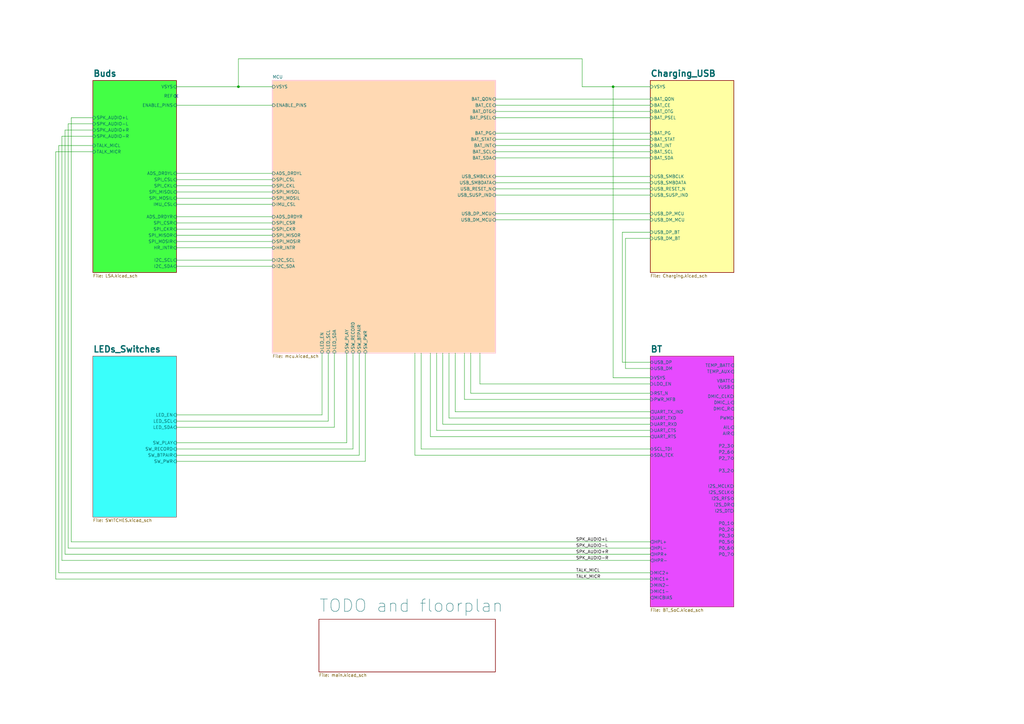
<source format=kicad_sch>
(kicad_sch
	(version 20231120)
	(generator "eeschema")
	(generator_version "8.0")
	(uuid "5e27fdeb-580f-476f-92aa-43cee2f9d9cd")
	(paper "A3")
	(title_block
		(title "Main Top Down")
		(date "2024-05-15")
		(company "Megaohm Engineering")
		(comment 1 "Mustang Digital Board")
	)
	(lib_symbols)
	(junction
		(at 251.46 35.56)
		(diameter 0)
		(color 0 0 0 0)
		(uuid "9f754e57-ce25-4513-a777-84224b179498")
	)
	(junction
		(at 97.79 35.56)
		(diameter 0)
		(color 0 0 0 0)
		(uuid "f2e0528d-2404-4b63-ad79-ac7a364375fa")
	)
	(no_connect
		(at 72.39 39.37)
		(uuid "068810ab-9453-4b3d-940b-a3d0cc2d8669")
	)
	(wire
		(pts
			(xy 24.13 234.95) (xy 266.7 234.95)
		)
		(stroke
			(width 0)
			(type default)
		)
		(uuid "00eb397e-f3ad-4a0e-b475-3f35cf965fcb")
	)
	(wire
		(pts
			(xy 132.08 170.18) (xy 72.39 170.18)
		)
		(stroke
			(width 0)
			(type default)
		)
		(uuid "029a0234-bc31-4099-ad14-be22d5a40aa2")
	)
	(wire
		(pts
			(xy 266.7 157.48) (xy 196.85 157.48)
		)
		(stroke
			(width 0)
			(type default)
		)
		(uuid "0401b18d-cb4b-4ba7-86b4-67a6c6d7163b")
	)
	(wire
		(pts
			(xy 97.79 35.56) (xy 97.79 24.13)
		)
		(stroke
			(width 0)
			(type default)
		)
		(uuid "06a6a5eb-5324-47cb-96fb-bbd84545ba90")
	)
	(wire
		(pts
			(xy 203.2 45.72) (xy 266.7 45.72)
		)
		(stroke
			(width 0)
			(type default)
		)
		(uuid "0e157526-faf0-4314-80b8-8b02162269bb")
	)
	(wire
		(pts
			(xy 97.79 24.13) (xy 238.76 24.13)
		)
		(stroke
			(width 0)
			(type default)
		)
		(uuid "0efa416f-7351-498e-9a7f-fe5ce1a40ec2")
	)
	(wire
		(pts
			(xy 26.67 227.33) (xy 266.7 227.33)
		)
		(stroke
			(width 0)
			(type default)
		)
		(uuid "1666fa74-c534-4f6c-9066-c0cf310f3158")
	)
	(wire
		(pts
			(xy 72.39 88.9) (xy 111.76 88.9)
		)
		(stroke
			(width 0)
			(type default)
		)
		(uuid "1909e891-1ad2-4df3-b47c-fb9a88304959")
	)
	(wire
		(pts
			(xy 137.16 175.26) (xy 72.39 175.26)
		)
		(stroke
			(width 0)
			(type default)
		)
		(uuid "1b1d617e-9bdc-46cd-a807-db53990055e0")
	)
	(wire
		(pts
			(xy 203.2 40.64) (xy 266.7 40.64)
		)
		(stroke
			(width 0)
			(type default)
		)
		(uuid "1bc9269d-5571-4f40-8753-e53943cfd90e")
	)
	(wire
		(pts
			(xy 147.32 144.78) (xy 147.32 186.69)
		)
		(stroke
			(width 0)
			(type default)
		)
		(uuid "1fbd9f65-d8fa-40d8-8cb0-a0635690ab3c")
	)
	(wire
		(pts
			(xy 38.1 53.34) (xy 26.67 53.34)
		)
		(stroke
			(width 0)
			(type default)
		)
		(uuid "20b3189c-662c-4aef-b357-c9bc16f9e399")
	)
	(wire
		(pts
			(xy 72.39 76.2) (xy 111.76 76.2)
		)
		(stroke
			(width 0)
			(type default)
		)
		(uuid "233e69ef-af87-4419-9564-dddf436a6d59")
	)
	(wire
		(pts
			(xy 266.7 95.25) (xy 255.27 95.25)
		)
		(stroke
			(width 0)
			(type default)
		)
		(uuid "25ef51be-005e-4609-abd9-53c22cff16ac")
	)
	(wire
		(pts
			(xy 72.39 43.18) (xy 111.76 43.18)
		)
		(stroke
			(width 0)
			(type default)
		)
		(uuid "2a273e73-5dd4-409b-9932-29ec883fd15f")
	)
	(wire
		(pts
			(xy 266.7 173.99) (xy 181.61 173.99)
		)
		(stroke
			(width 0)
			(type default)
		)
		(uuid "2a2a98f4-3781-4668-a5ce-280dad1e5616")
	)
	(wire
		(pts
			(xy 203.2 54.61) (xy 266.7 54.61)
		)
		(stroke
			(width 0)
			(type default)
		)
		(uuid "349a8cdb-8c76-493c-b3c2-37d02b1af585")
	)
	(wire
		(pts
			(xy 38.1 55.88) (xy 25.4 55.88)
		)
		(stroke
			(width 0)
			(type default)
		)
		(uuid "357232c8-0303-4d48-b334-98f2fe7c97bb")
	)
	(wire
		(pts
			(xy 142.24 144.78) (xy 142.24 181.61)
		)
		(stroke
			(width 0)
			(type default)
		)
		(uuid "36c0a17d-d331-4887-a5ad-70e168a4bc36")
	)
	(wire
		(pts
			(xy 266.7 176.53) (xy 179.07 176.53)
		)
		(stroke
			(width 0)
			(type default)
		)
		(uuid "36e1e857-a26d-4db7-b6f2-76af2412073d")
	)
	(wire
		(pts
			(xy 72.39 99.06) (xy 111.76 99.06)
		)
		(stroke
			(width 0)
			(type default)
		)
		(uuid "38b49187-01d8-49df-a5ef-94f2980eef94")
	)
	(wire
		(pts
			(xy 97.79 35.56) (xy 111.76 35.56)
		)
		(stroke
			(width 0)
			(type default)
		)
		(uuid "3d5554b9-c932-48b7-b90f-691dd334b360")
	)
	(wire
		(pts
			(xy 179.07 144.78) (xy 179.07 176.53)
		)
		(stroke
			(width 0)
			(type default)
		)
		(uuid "3d894afc-7393-40b5-b001-452b2a32262c")
	)
	(wire
		(pts
			(xy 251.46 35.56) (xy 266.7 35.56)
		)
		(stroke
			(width 0)
			(type default)
		)
		(uuid "3e3184f8-9b97-4f86-830c-f8cec0bcf6e2")
	)
	(wire
		(pts
			(xy 184.15 144.78) (xy 184.15 171.45)
		)
		(stroke
			(width 0)
			(type default)
		)
		(uuid "404b6587-f2a0-47ad-b547-aa46d7b4dd55")
	)
	(wire
		(pts
			(xy 72.39 35.56) (xy 97.79 35.56)
		)
		(stroke
			(width 0)
			(type default)
		)
		(uuid "41b701bf-7e3e-451b-ba84-960fd77daa5a")
	)
	(wire
		(pts
			(xy 255.27 95.25) (xy 255.27 148.59)
		)
		(stroke
			(width 0)
			(type default)
		)
		(uuid "41e1e08e-440f-467c-9d87-bfa5af3fa7ad")
	)
	(wire
		(pts
			(xy 256.54 97.79) (xy 256.54 151.13)
		)
		(stroke
			(width 0)
			(type default)
		)
		(uuid "42becd1f-9bf7-4e5a-a24f-8865625ecf4f")
	)
	(wire
		(pts
			(xy 72.39 71.12) (xy 111.76 71.12)
		)
		(stroke
			(width 0)
			(type default)
		)
		(uuid "44cad8c1-4f3c-47a5-a2c8-3ce62df6e3ff")
	)
	(wire
		(pts
			(xy 186.69 144.78) (xy 186.69 168.91)
		)
		(stroke
			(width 0)
			(type default)
		)
		(uuid "45623e69-acb0-4071-a5a1-8106b3ed3267")
	)
	(wire
		(pts
			(xy 266.7 161.29) (xy 193.04 161.29)
		)
		(stroke
			(width 0)
			(type default)
		)
		(uuid "463e893e-aa4c-4fbd-aa31-85b9721ebfbc")
	)
	(wire
		(pts
			(xy 72.39 81.28) (xy 111.76 81.28)
		)
		(stroke
			(width 0)
			(type default)
		)
		(uuid "46d7c454-43ad-4186-aded-ab002437ff09")
	)
	(wire
		(pts
			(xy 72.39 96.52) (xy 111.76 96.52)
		)
		(stroke
			(width 0)
			(type default)
		)
		(uuid "474c0e3a-00b0-4bb8-8d6b-ebcc33f92d1b")
	)
	(wire
		(pts
			(xy 203.2 62.23) (xy 266.7 62.23)
		)
		(stroke
			(width 0)
			(type default)
		)
		(uuid "47eba2eb-700b-4ded-8889-ed760836ad67")
	)
	(wire
		(pts
			(xy 203.2 80.01) (xy 266.7 80.01)
		)
		(stroke
			(width 0)
			(type default)
		)
		(uuid "49e22338-06e5-4c60-9704-12d3c0c3eda3")
	)
	(wire
		(pts
			(xy 38.1 59.69) (xy 24.13 59.69)
		)
		(stroke
			(width 0)
			(type default)
		)
		(uuid "4d6e0048-cd36-4918-ae3a-dce4a0c2e00c")
	)
	(wire
		(pts
			(xy 203.2 72.39) (xy 266.7 72.39)
		)
		(stroke
			(width 0)
			(type default)
		)
		(uuid "512f2ae5-6b6a-44cc-9e85-9d5bcb7cc716")
	)
	(wire
		(pts
			(xy 27.94 50.8) (xy 27.94 224.79)
		)
		(stroke
			(width 0)
			(type default)
		)
		(uuid "51914e5a-f07d-48e4-8495-37b91a9f6eac")
	)
	(wire
		(pts
			(xy 266.7 179.07) (xy 176.53 179.07)
		)
		(stroke
			(width 0)
			(type default)
		)
		(uuid "55e29a3c-33ad-42ae-ae4e-06d7e43ca2cf")
	)
	(wire
		(pts
			(xy 172.72 144.78) (xy 172.72 184.15)
		)
		(stroke
			(width 0)
			(type default)
		)
		(uuid "5ac338c2-fdc9-4e07-8765-47eada3183bd")
	)
	(wire
		(pts
			(xy 266.7 184.15) (xy 172.72 184.15)
		)
		(stroke
			(width 0)
			(type default)
		)
		(uuid "60b2ebc8-9e84-4881-b649-6dee50e35b58")
	)
	(wire
		(pts
			(xy 203.2 74.93) (xy 266.7 74.93)
		)
		(stroke
			(width 0)
			(type default)
		)
		(uuid "61521f67-5429-4c7b-a6d1-6f94b21350d7")
	)
	(wire
		(pts
			(xy 137.16 144.78) (xy 137.16 175.26)
		)
		(stroke
			(width 0)
			(type default)
		)
		(uuid "61a01b1a-1ebe-4395-aab8-7709a5c05ed1")
	)
	(wire
		(pts
			(xy 193.04 144.78) (xy 193.04 161.29)
		)
		(stroke
			(width 0)
			(type default)
		)
		(uuid "658f7af5-16f8-416f-8a24-4a26246e3270")
	)
	(wire
		(pts
			(xy 149.86 144.78) (xy 149.86 189.23)
		)
		(stroke
			(width 0)
			(type default)
		)
		(uuid "67eceede-657b-4bf5-8703-432f6302da33")
	)
	(wire
		(pts
			(xy 266.7 186.69) (xy 170.18 186.69)
		)
		(stroke
			(width 0)
			(type default)
		)
		(uuid "6a98ba1a-aa00-4fa2-9eea-b4761f486d54")
	)
	(wire
		(pts
			(xy 72.39 83.82) (xy 111.76 83.82)
		)
		(stroke
			(width 0)
			(type default)
		)
		(uuid "6b2773fd-965d-4374-97bf-463c5a00725c")
	)
	(wire
		(pts
			(xy 181.61 144.78) (xy 181.61 173.99)
		)
		(stroke
			(width 0)
			(type default)
		)
		(uuid "6f4450bb-c4e1-474a-a656-5fd09edc81f0")
	)
	(wire
		(pts
			(xy 142.24 181.61) (xy 72.39 181.61)
		)
		(stroke
			(width 0)
			(type default)
		)
		(uuid "6fcb9240-93df-4e04-917a-2900889fe90e")
	)
	(wire
		(pts
			(xy 29.21 222.25) (xy 266.7 222.25)
		)
		(stroke
			(width 0)
			(type default)
		)
		(uuid "74a3a0c1-0855-468f-a1c4-ee2db88a6d99")
	)
	(wire
		(pts
			(xy 27.94 224.79) (xy 266.7 224.79)
		)
		(stroke
			(width 0)
			(type default)
		)
		(uuid "7516c122-d5b9-4a91-93fc-a63f3d6781da")
	)
	(wire
		(pts
			(xy 238.76 35.56) (xy 251.46 35.56)
		)
		(stroke
			(width 0)
			(type default)
		)
		(uuid "78a152cc-abb7-4900-ba24-ab24a4b9d249")
	)
	(wire
		(pts
			(xy 144.78 184.15) (xy 72.39 184.15)
		)
		(stroke
			(width 0)
			(type default)
		)
		(uuid "7967c72f-c72e-49df-a269-be0cf21a3c4e")
	)
	(wire
		(pts
			(xy 25.4 229.87) (xy 266.7 229.87)
		)
		(stroke
			(width 0)
			(type default)
		)
		(uuid "7a82051d-8eda-41e0-8f33-ca48be32d82c")
	)
	(wire
		(pts
			(xy 203.2 57.15) (xy 266.7 57.15)
		)
		(stroke
			(width 0)
			(type default)
		)
		(uuid "7d51c1bf-3f02-4cfc-858f-391e2c8b2c24")
	)
	(wire
		(pts
			(xy 29.21 48.26) (xy 29.21 222.25)
		)
		(stroke
			(width 0)
			(type default)
		)
		(uuid "8df7a255-5d7c-4785-9b5c-971ed477eb87")
	)
	(wire
		(pts
			(xy 256.54 151.13) (xy 266.7 151.13)
		)
		(stroke
			(width 0)
			(type default)
		)
		(uuid "8e21c339-b993-42e6-9c59-15830cd1f81f")
	)
	(wire
		(pts
			(xy 203.2 64.77) (xy 266.7 64.77)
		)
		(stroke
			(width 0)
			(type default)
		)
		(uuid "91e4a44b-ca52-4c92-bf1d-401b705f8adb")
	)
	(wire
		(pts
			(xy 24.13 59.69) (xy 24.13 234.95)
		)
		(stroke
			(width 0)
			(type default)
		)
		(uuid "9216af7c-6196-4976-b1c4-6c8372e783bb")
	)
	(wire
		(pts
			(xy 255.27 148.59) (xy 266.7 148.59)
		)
		(stroke
			(width 0)
			(type default)
		)
		(uuid "92bc52a1-b8b9-4da1-a1b0-300eea4b0453")
	)
	(wire
		(pts
			(xy 266.7 163.83) (xy 190.5 163.83)
		)
		(stroke
			(width 0)
			(type default)
		)
		(uuid "92d5ab61-e565-49b1-bc46-e5a1bff6a3e4")
	)
	(wire
		(pts
			(xy 38.1 50.8) (xy 27.94 50.8)
		)
		(stroke
			(width 0)
			(type default)
		)
		(uuid "933bdce8-0132-4dc5-9fa3-e6b7608201ea")
	)
	(wire
		(pts
			(xy 203.2 90.17) (xy 266.7 90.17)
		)
		(stroke
			(width 0)
			(type default)
		)
		(uuid "9736853e-93b0-4bf9-81bc-2737d72e86e8")
	)
	(wire
		(pts
			(xy 38.1 48.26) (xy 29.21 48.26)
		)
		(stroke
			(width 0)
			(type default)
		)
		(uuid "98560d54-ba21-4209-8a51-a32952f516b9")
	)
	(wire
		(pts
			(xy 72.39 172.72) (xy 134.62 172.72)
		)
		(stroke
			(width 0)
			(type default)
		)
		(uuid "9bbf7cb5-392c-49d0-9aca-30dc10c74574")
	)
	(wire
		(pts
			(xy 251.46 35.56) (xy 251.46 154.94)
		)
		(stroke
			(width 0)
			(type default)
		)
		(uuid "9dc8aab9-9fc2-4d06-9679-5586e265bb80")
	)
	(wire
		(pts
			(xy 266.7 97.79) (xy 256.54 97.79)
		)
		(stroke
			(width 0)
			(type default)
		)
		(uuid "9fe81981-7cf0-4efc-806a-4b963ecd192f")
	)
	(wire
		(pts
			(xy 266.7 171.45) (xy 184.15 171.45)
		)
		(stroke
			(width 0)
			(type default)
		)
		(uuid "a0b44912-0c65-47da-a8b3-f4e0c5d9f9c6")
	)
	(wire
		(pts
			(xy 147.32 186.69) (xy 72.39 186.69)
		)
		(stroke
			(width 0)
			(type default)
		)
		(uuid "a7a6fd87-4b95-43d1-b7dd-e5dae0314065")
	)
	(wire
		(pts
			(xy 25.4 55.88) (xy 25.4 229.87)
		)
		(stroke
			(width 0)
			(type default)
		)
		(uuid "b2b9328f-b173-4d19-ba6f-ebc2cfe95568")
	)
	(wire
		(pts
			(xy 149.86 189.23) (xy 72.39 189.23)
		)
		(stroke
			(width 0)
			(type default)
		)
		(uuid "b67838b3-53b2-4102-bd2a-5567df30d14f")
	)
	(wire
		(pts
			(xy 132.08 144.78) (xy 132.08 170.18)
		)
		(stroke
			(width 0)
			(type default)
		)
		(uuid "bf3fcdd5-7809-461e-9c5a-50deff647408")
	)
	(wire
		(pts
			(xy 72.39 106.68) (xy 111.76 106.68)
		)
		(stroke
			(width 0)
			(type default)
		)
		(uuid "c29256c0-af73-46af-9908-421bd53938eb")
	)
	(wire
		(pts
			(xy 38.1 62.23) (xy 22.86 62.23)
		)
		(stroke
			(width 0)
			(type default)
		)
		(uuid "c416bfee-fd2b-4073-9019-f8de8689c49c")
	)
	(wire
		(pts
			(xy 176.53 144.78) (xy 176.53 179.07)
		)
		(stroke
			(width 0)
			(type default)
		)
		(uuid "c91745f8-5998-4b64-bca9-801c14275cf2")
	)
	(wire
		(pts
			(xy 203.2 87.63) (xy 266.7 87.63)
		)
		(stroke
			(width 0)
			(type default)
		)
		(uuid "c961ce24-db12-4125-b7b9-e3bd0dbb4b34")
	)
	(wire
		(pts
			(xy 251.46 154.94) (xy 266.7 154.94)
		)
		(stroke
			(width 0)
			(type default)
		)
		(uuid "cbdb2e70-4380-4e9e-a86c-8ae1df2921b8")
	)
	(wire
		(pts
			(xy 196.85 144.78) (xy 196.85 157.48)
		)
		(stroke
			(width 0)
			(type default)
		)
		(uuid "cef2962a-47a5-4b6d-abca-1d3ee4723474")
	)
	(wire
		(pts
			(xy 170.18 144.78) (xy 170.18 186.69)
		)
		(stroke
			(width 0)
			(type default)
		)
		(uuid "cf0815b9-8a51-4099-bd69-ebe04a6a9ad6")
	)
	(wire
		(pts
			(xy 134.62 172.72) (xy 134.62 144.78)
		)
		(stroke
			(width 0)
			(type default)
		)
		(uuid "d04e3371-1fd1-471c-92b8-6259d3b74b8f")
	)
	(wire
		(pts
			(xy 26.67 53.34) (xy 26.67 227.33)
		)
		(stroke
			(width 0)
			(type default)
		)
		(uuid "d2ce08c9-040a-4042-8eb1-2069817a6ab3")
	)
	(wire
		(pts
			(xy 266.7 168.91) (xy 186.69 168.91)
		)
		(stroke
			(width 0)
			(type default)
		)
		(uuid "d4018e89-ffe1-4d8e-857f-46b92295613e")
	)
	(wire
		(pts
			(xy 22.86 237.49) (xy 266.7 237.49)
		)
		(stroke
			(width 0)
			(type default)
		)
		(uuid "db6720c4-b004-4cdc-99a3-dba8001a7846")
	)
	(wire
		(pts
			(xy 203.2 59.69) (xy 266.7 59.69)
		)
		(stroke
			(width 0)
			(type default)
		)
		(uuid "e000df97-ce6b-4e74-9c53-e036cef10dbb")
	)
	(wire
		(pts
			(xy 72.39 91.44) (xy 111.76 91.44)
		)
		(stroke
			(width 0)
			(type default)
		)
		(uuid "e012301a-2501-4eae-921a-e10aadecb6c4")
	)
	(wire
		(pts
			(xy 203.2 43.18) (xy 266.7 43.18)
		)
		(stroke
			(width 0)
			(type default)
		)
		(uuid "e5c802b3-3438-45d0-a061-247a40521696")
	)
	(wire
		(pts
			(xy 190.5 144.78) (xy 190.5 163.83)
		)
		(stroke
			(width 0)
			(type default)
		)
		(uuid "e812d785-efd6-4b16-846f-ec0189cb9a18")
	)
	(wire
		(pts
			(xy 203.2 48.26) (xy 266.7 48.26)
		)
		(stroke
			(width 0)
			(type default)
		)
		(uuid "e84efc88-f15c-4de6-8c04-968b5bcf16bf")
	)
	(wire
		(pts
			(xy 72.39 73.66) (xy 111.76 73.66)
		)
		(stroke
			(width 0)
			(type default)
		)
		(uuid "e8dbb316-1ca6-40c0-b052-2ef8e7942237")
	)
	(wire
		(pts
			(xy 72.39 93.98) (xy 111.76 93.98)
		)
		(stroke
			(width 0)
			(type default)
		)
		(uuid "ea3d7399-1554-4a6e-99d3-b63a54bc493e")
	)
	(wire
		(pts
			(xy 22.86 62.23) (xy 22.86 237.49)
		)
		(stroke
			(width 0)
			(type default)
		)
		(uuid "eae3eb9f-579a-476f-9bc5-18650081c9f0")
	)
	(wire
		(pts
			(xy 144.78 144.78) (xy 144.78 184.15)
		)
		(stroke
			(width 0)
			(type default)
		)
		(uuid "ecd8b615-ccfe-4298-be39-7c1df5c57357")
	)
	(wire
		(pts
			(xy 72.39 78.74) (xy 111.76 78.74)
		)
		(stroke
			(width 0)
			(type default)
		)
		(uuid "edee4e7a-6730-42d7-8664-6a1a6ea0f27a")
	)
	(wire
		(pts
			(xy 72.39 109.22) (xy 111.76 109.22)
		)
		(stroke
			(width 0)
			(type default)
		)
		(uuid "f1a84853-0986-4168-aff8-dfaaa1783149")
	)
	(wire
		(pts
			(xy 238.76 24.13) (xy 238.76 35.56)
		)
		(stroke
			(width 0)
			(type default)
		)
		(uuid "f7863b94-fb30-4b68-8fcd-3a5f20268a92")
	)
	(wire
		(pts
			(xy 72.39 101.6) (xy 111.76 101.6)
		)
		(stroke
			(width 0)
			(type default)
		)
		(uuid "fa381122-ebb1-4ad3-bc4a-536e763d9e21")
	)
	(wire
		(pts
			(xy 203.2 77.47) (xy 266.7 77.47)
		)
		(stroke
			(width 0)
			(type default)
		)
		(uuid "fc0b4ab2-9f79-4738-a2fe-81c3b2da113b")
	)
	(label "SPK_AUDIO-R"
		(at 236.22 229.87 0)
		(fields_autoplaced yes)
		(effects
			(font
				(size 1.27 1.27)
			)
			(justify left bottom)
		)
		(uuid "0fc9b105-6697-4b13-830f-d65f30e1790d")
	)
	(label "TALK_MICR"
		(at 236.22 237.49 0)
		(fields_autoplaced yes)
		(effects
			(font
				(size 1.27 1.27)
			)
			(justify left bottom)
		)
		(uuid "2b6da8fe-0c42-4195-8c79-00a456357a8b")
	)
	(label "SPK_AUDIO-L"
		(at 236.22 224.79 0)
		(fields_autoplaced yes)
		(effects
			(font
				(size 1.27 1.27)
			)
			(justify left bottom)
		)
		(uuid "595efa7b-4b75-466a-9b28-7d83c98fa4d8")
	)
	(label "SPK_AUDIO+R"
		(at 236.22 227.33 0)
		(fields_autoplaced yes)
		(effects
			(font
				(size 1.27 1.27)
			)
			(justify left bottom)
		)
		(uuid "7da94533-e7c1-4658-ab7d-c55b766a06db")
	)
	(label "SPK_AUDIO+L"
		(at 236.22 222.25 0)
		(fields_autoplaced yes)
		(effects
			(font
				(size 1.27 1.27)
			)
			(justify left bottom)
		)
		(uuid "d4e96d48-3ae6-471e-a640-90110f87acdf")
	)
	(label "TALK_MICL"
		(at 236.22 234.95 0)
		(fields_autoplaced yes)
		(effects
			(font
				(size 1.27 1.27)
			)
			(justify left bottom)
		)
		(uuid "ec32747d-7964-466f-a0db-fbe771f94550")
	)
	(sheet
		(at 130.81 254)
		(size 72.39 21.59)
		(fields_autoplaced yes)
		(stroke
			(width 0.1524)
			(type solid)
		)
		(fill
			(color 0 0 0 0.0000)
		)
		(uuid "2b864eb4-7fdd-4826-ad50-ccd8858e23e7")
		(property "Sheetname" "TODO and floorplan"
			(at 130.81 251.3834 0)
			(effects
				(font
					(size 5.08 5.08)
				)
				(justify left bottom)
			)
		)
		(property "Sheetfile" "main.kicad_sch"
			(at 130.81 276.1746 0)
			(effects
				(font
					(size 1.27 1.27)
				)
				(justify left top)
			)
		)
		(instances
			(project "Mustang-Digital"
				(path "/5e27fdeb-580f-476f-92aa-43cee2f9d9cd"
					(page "4")
				)
			)
		)
	)
	(sheet
		(at 38.1 33.02)
		(size 34.29 78.74)
		(fields_autoplaced yes)
		(stroke
			(width 0.254)
			(type solid)
		)
		(fill
			(color 67 255 69 1.0000)
		)
		(uuid "65eefc28-c8b5-4fa6-a61a-e7b5d07fd6b9")
		(property "Sheetname" "Buds"
			(at 38.1 31.6226 0)
			(effects
				(font
					(size 2.54 2.54)
					(bold yes)
				)
				(justify left bottom)
			)
		)
		(property "Sheetfile" "LSA.kicad_sch"
			(at 38.1 112.3954 0)
			(effects
				(font
					(size 1.27 1.27)
				)
				(justify left top)
			)
		)
		(pin "VSYS" input
			(at 72.39 35.56 0)
			(effects
				(font
					(size 1.27 1.27)
				)
				(justify right)
			)
			(uuid "466e1532-ffba-4a12-b02e-5c79e7cad88d")
		)
		(pin "REF" input
			(at 72.39 39.37 0)
			(effects
				(font
					(size 1.27 1.27)
				)
				(justify right)
			)
			(uuid "6a840d9c-43eb-4902-b0f0-567381a16419")
		)
		(pin "SPK_AUDIO+L" input
			(at 38.1 48.26 180)
			(effects
				(font
					(size 1.27 1.27)
				)
				(justify left)
			)
			(uuid "29c80e2a-8347-4b79-a0f7-65ca9058f64e")
		)
		(pin "SPK_AUDIO-L" input
			(at 38.1 50.8 180)
			(effects
				(font
					(size 1.27 1.27)
				)
				(justify left)
			)
			(uuid "51f394fb-c17c-4761-be93-696fc9a1e7b6")
		)
		(pin "TALK_MICL" input
			(at 38.1 59.69 180)
			(effects
				(font
					(size 1.27 1.27)
				)
				(justify left)
			)
			(uuid "fff7338f-1943-45f5-8c33-a7f9279a878f")
		)
		(pin "I2C_SDA" input
			(at 72.39 109.22 0)
			(effects
				(font
					(size 1.27 1.27)
				)
				(justify right)
			)
			(uuid "f6e58502-6b88-4891-be14-3cd687fd4ccc")
		)
		(pin "IMU_CSL" input
			(at 72.39 83.82 0)
			(effects
				(font
					(size 1.27 1.27)
				)
				(justify right)
			)
			(uuid "54307758-46a6-4069-8256-f1b456f85435")
		)
		(pin "SPI_MISOL" input
			(at 72.39 78.74 0)
			(effects
				(font
					(size 1.27 1.27)
				)
				(justify right)
			)
			(uuid "93462894-bd73-4584-87a3-42e9a8e51c31")
		)
		(pin "SPI_CKL" input
			(at 72.39 76.2 0)
			(effects
				(font
					(size 1.27 1.27)
				)
				(justify right)
			)
			(uuid "9c52d530-aed5-4c51-8bd2-52bcc18a70c6")
		)
		(pin "ADS_DRDYL" input
			(at 72.39 71.12 0)
			(effects
				(font
					(size 1.27 1.27)
				)
				(justify right)
			)
			(uuid "dd0e66af-5940-498b-a4df-c668644802e0")
		)
		(pin "SPI_CSL" input
			(at 72.39 73.66 0)
			(effects
				(font
					(size 1.27 1.27)
				)
				(justify right)
			)
			(uuid "a2ee7fc2-b69c-444f-a040-eb7295631627")
		)
		(pin "I2C_SCL" input
			(at 72.39 106.68 0)
			(effects
				(font
					(size 1.27 1.27)
				)
				(justify right)
			)
			(uuid "f0ed56f1-68b7-4355-8ec4-9b37b53b098d")
		)
		(pin "SPI_MOSIL" input
			(at 72.39 81.28 0)
			(effects
				(font
					(size 1.27 1.27)
				)
				(justify right)
			)
			(uuid "5096cc9d-b2b2-42ad-bcb6-e5c1add46433")
		)
		(pin "SPK_AUDIO-R" input
			(at 38.1 55.88 180)
			(effects
				(font
					(size 1.27 1.27)
				)
				(justify left)
			)
			(uuid "fca5a1ad-68d1-4b79-9ce6-772f83bb8136")
		)
		(pin "TALK_MICR" input
			(at 38.1 62.23 180)
			(effects
				(font
					(size 1.27 1.27)
				)
				(justify left)
			)
			(uuid "bf6c2d6c-ee04-4a00-bb44-425c4022b852")
		)
		(pin "SPK_AUDIO+R" input
			(at 38.1 53.34 180)
			(effects
				(font
					(size 1.27 1.27)
				)
				(justify left)
			)
			(uuid "d2b9af53-6ee4-43fa-a1fd-da31ed007316")
		)
		(pin "SPI_CKR" input
			(at 72.39 93.98 0)
			(effects
				(font
					(size 1.27 1.27)
				)
				(justify right)
			)
			(uuid "af0db6af-99d6-48f7-96d6-311dee81ac9a")
		)
		(pin "SPI_MOSIR" input
			(at 72.39 99.06 0)
			(effects
				(font
					(size 1.27 1.27)
				)
				(justify right)
			)
			(uuid "20eec9bd-4999-4a0c-a444-d579bb485ec9")
		)
		(pin "SPI_CSR" input
			(at 72.39 91.44 0)
			(effects
				(font
					(size 1.27 1.27)
				)
				(justify right)
			)
			(uuid "27ed81b7-749b-4bdb-8c17-e7ffb3ee600e")
		)
		(pin "ADS_DRDYR" input
			(at 72.39 88.9 0)
			(effects
				(font
					(size 1.27 1.27)
				)
				(justify right)
			)
			(uuid "dde5d1c6-a1ee-437d-9dd7-695f876cb8de")
		)
		(pin "SPI_MISOR" input
			(at 72.39 96.52 0)
			(effects
				(font
					(size 1.27 1.27)
				)
				(justify right)
			)
			(uuid "7eabf6c2-bc81-41bb-8555-f50bda0675f3")
		)
		(pin "ENABLE_PINS" input
			(at 72.39 43.18 0)
			(effects
				(font
					(size 1.27 1.27)
				)
				(justify right)
			)
			(uuid "5ce887d2-bff3-4962-84b2-84801f290a86")
		)
		(pin "HR_INTR" input
			(at 72.39 101.6 0)
			(effects
				(font
					(size 1.27 1.27)
				)
				(justify right)
			)
			(uuid "4748a91f-0535-48d2-b6a6-60cd4145277a")
		)
		(instances
			(project "Mustang-Digital"
				(path "/5e27fdeb-580f-476f-92aa-43cee2f9d9cd"
					(page "2")
				)
			)
		)
	)
	(sheet
		(at 111.76 33.02)
		(size 91.44 111.76)
		(fields_autoplaced yes)
		(stroke
			(width 0.508)
			(type solid)
			(color 255 204 214 1)
		)
		(fill
			(color 255 217 179 1.0000)
		)
		(uuid "9adc2287-bc19-4a52-aeb3-6d45bc333b9b")
		(property "Sheetname" "MCU"
			(at 111.76 32.3084 0)
			(effects
				(font
					(size 1.27 1.27)
				)
				(justify left bottom)
			)
		)
		(property "Sheetfile" "mcu.kicad_sch"
			(at 111.76 145.3646 0)
			(effects
				(font
					(size 1.27 1.27)
				)
				(justify left top)
			)
		)
		(pin "IMU_CSL" input
			(at 111.76 83.82 180)
			(effects
				(font
					(size 1.27 1.27)
				)
				(justify left)
			)
			(uuid "dfd4ccdd-94ee-4279-98a1-f685ec89762a")
		)
		(pin "I2C_SDA" input
			(at 111.76 109.22 180)
			(effects
				(font
					(size 1.27 1.27)
				)
				(justify left)
			)
			(uuid "dec9ca8d-a1bd-40e2-a2e6-6ae436d1ca89")
		)
		(pin "I2C_SCL" input
			(at 111.76 106.68 180)
			(effects
				(font
					(size 1.27 1.27)
				)
				(justify left)
			)
			(uuid "014b2658-745a-439a-acb4-256d65727a08")
		)
		(pin "SPI_MISOL" input
			(at 111.76 78.74 180)
			(effects
				(font
					(size 1.27 1.27)
				)
				(justify left)
			)
			(uuid "fcd96664-09cd-4dfa-bc74-5d07145ea762")
		)
		(pin "VSYS" input
			(at 111.76 35.56 180)
			(effects
				(font
					(size 1.27 1.27)
				)
				(justify left)
			)
			(uuid "77705667-81f3-4282-ba78-cc9f828f9e5b")
		)
		(pin "SPI_CSL" input
			(at 111.76 73.66 180)
			(effects
				(font
					(size 1.27 1.27)
				)
				(justify left)
			)
			(uuid "4008dcb2-5133-4d62-aa33-94e2561885cb")
		)
		(pin "ENABLE_PINS" input
			(at 111.76 43.18 180)
			(effects
				(font
					(size 1.27 1.27)
				)
				(justify left)
			)
			(uuid "ca643466-4427-49cb-ad28-cf2004c5d3c4")
		)
		(pin "SPI_MOSIL" input
			(at 111.76 81.28 180)
			(effects
				(font
					(size 1.27 1.27)
				)
				(justify left)
			)
			(uuid "40b13e38-524e-4555-95af-f4106fceb395")
		)
		(pin "SPI_CKL" input
			(at 111.76 76.2 180)
			(effects
				(font
					(size 1.27 1.27)
				)
				(justify left)
			)
			(uuid "a1fcca41-49a4-4032-926d-d8c5e80e300b")
		)
		(pin "ADS_DRDYL" input
			(at 111.76 71.12 180)
			(effects
				(font
					(size 1.27 1.27)
				)
				(justify left)
			)
			(uuid "db350f7e-d97e-4c1d-8bd2-2c4e858f974c")
		)
		(pin "SPI_MISOR" input
			(at 111.76 96.52 180)
			(effects
				(font
					(size 1.27 1.27)
				)
				(justify left)
			)
			(uuid "80492c65-23fe-467e-991c-807488310410")
		)
		(pin "SPI_CSR" input
			(at 111.76 91.44 180)
			(effects
				(font
					(size 1.27 1.27)
				)
				(justify left)
			)
			(uuid "7485bcb3-60d1-4a38-b891-5b7ee7fe58ab")
		)
		(pin "SPI_CKR" input
			(at 111.76 93.98 180)
			(effects
				(font
					(size 1.27 1.27)
				)
				(justify left)
			)
			(uuid "b216d1b3-7b68-4f01-a1b5-fe52fb59a702")
		)
		(pin "ADS_DRDYR" input
			(at 111.76 88.9 180)
			(effects
				(font
					(size 1.27 1.27)
				)
				(justify left)
			)
			(uuid "94c969ab-ac19-4a83-9c33-eaa5f1b53e1d")
		)
		(pin "SPI_MOSIR" input
			(at 111.76 99.06 180)
			(effects
				(font
					(size 1.27 1.27)
				)
				(justify left)
			)
			(uuid "37a616b1-1757-4fef-a7b9-12748e7e128b")
		)
		(pin "HR_INTR" input
			(at 111.76 101.6 180)
			(effects
				(font
					(size 1.27 1.27)
				)
				(justify left)
			)
			(uuid "2fe60338-f6d9-4bdf-acb2-3b665dd604cf")
		)
		(pin "USB_RESET_N" input
			(at 203.2 77.47 0)
			(effects
				(font
					(size 1.27 1.27)
				)
				(justify right)
			)
			(uuid "e3236b08-ba27-437b-b48d-07d6a966ad70")
		)
		(pin "USB_SMBDATA" input
			(at 203.2 74.93 0)
			(effects
				(font
					(size 1.27 1.27)
				)
				(justify right)
			)
			(uuid "04eba177-4b61-4ff2-84f1-bd34fc68def1")
		)
		(pin "USB_SMBCLK" input
			(at 203.2 72.39 0)
			(effects
				(font
					(size 1.27 1.27)
				)
				(justify right)
			)
			(uuid "64d3479b-f205-476e-a5b7-d0606a29b945")
		)
		(pin "USB_DM_MCU" input
			(at 203.2 90.17 0)
			(effects
				(font
					(size 1.27 1.27)
				)
				(justify right)
			)
			(uuid "caeab712-ac1d-4d0a-b3cc-92910216e654")
		)
		(pin "USB_DP_MCU" input
			(at 203.2 87.63 0)
			(effects
				(font
					(size 1.27 1.27)
				)
				(justify right)
			)
			(uuid "07aafd24-d5bf-4375-9fcb-989cb0482c00")
		)
		(pin "BAT_INT" input
			(at 203.2 59.69 0)
			(effects
				(font
					(size 1.27 1.27)
				)
				(justify right)
			)
			(uuid "e597a014-b50d-4b52-aeb8-13b428c0b296")
		)
		(pin "BAT_SCL" input
			(at 203.2 62.23 0)
			(effects
				(font
					(size 1.27 1.27)
				)
				(justify right)
			)
			(uuid "b53beac3-b23d-4bf7-9802-b56f2537db36")
		)
		(pin "BAT_SDA" input
			(at 203.2 64.77 0)
			(effects
				(font
					(size 1.27 1.27)
				)
				(justify right)
			)
			(uuid "1ba706be-7387-4923-9a69-38079bee216f")
		)
		(pin "BAT_STAT" input
			(at 203.2 57.15 0)
			(effects
				(font
					(size 1.27 1.27)
				)
				(justify right)
			)
			(uuid "110926c3-ed3c-42bd-a643-36aa090dedbb")
		)
		(pin "BAT_PG" input
			(at 203.2 54.61 0)
			(effects
				(font
					(size 1.27 1.27)
				)
				(justify right)
			)
			(uuid "3bb2f79c-c387-4f79-9166-98646c5cf6bc")
		)
		(pin "BAT_PSEL" input
			(at 203.2 48.26 0)
			(effects
				(font
					(size 1.27 1.27)
				)
				(justify right)
			)
			(uuid "57a3e508-7a53-4326-91bc-b6ba5b8ff4f4")
		)
		(pin "BAT_CE" input
			(at 203.2 43.18 0)
			(effects
				(font
					(size 1.27 1.27)
				)
				(justify right)
			)
			(uuid "4f1e97d2-c94d-49f4-880c-c46e5e79419f")
		)
		(pin "BAT_QON" input
			(at 203.2 40.64 0)
			(effects
				(font
					(size 1.27 1.27)
				)
				(justify right)
			)
			(uuid "eb2640b7-f281-4712-a366-a74f53574e27")
		)
		(pin "BAT_OTG" input
			(at 203.2 45.72 0)
			(effects
				(font
					(size 1.27 1.27)
				)
				(justify right)
			)
			(uuid "5aaea534-43be-4009-b677-15f549e6b26d")
		)
		(pin "USB_SUSP_IND" input
			(at 203.2 80.01 0)
			(effects
				(font
					(size 1.27 1.27)
				)
				(justify right)
			)
			(uuid "4a35384a-fb99-4d53-929d-e4f3df9a1835")
		)
		(pin "SW_PWR" input
			(at 149.86 144.78 270)
			(effects
				(font
					(size 1.27 1.27)
				)
				(justify left)
			)
			(uuid "94b72442-53ec-4acf-8666-7d4d245f98ec")
		)
		(pin "SW_BTPAIR" input
			(at 147.32 144.78 270)
			(effects
				(font
					(size 1.27 1.27)
				)
				(justify left)
			)
			(uuid "87813f0a-9958-4fc8-b906-421b5ddc3b92")
		)
		(pin "SW_PLAY" input
			(at 142.24 144.78 270)
			(effects
				(font
					(size 1.27 1.27)
				)
				(justify left)
			)
			(uuid "1f048548-b0d9-4fd0-812a-68ccda32f992")
		)
		(pin "LED_SDA" input
			(at 137.16 144.78 270)
			(effects
				(font
					(size 1.27 1.27)
				)
				(justify left)
			)
			(uuid "5950a39a-8990-4a75-baa8-0992b73d3d82")
		)
		(pin "SW_RECORD" input
			(at 144.78 144.78 270)
			(effects
				(font
					(size 1.27 1.27)
				)
				(justify left)
			)
			(uuid "43a464fc-4b81-4143-8394-b706b84818c6")
		)
		(pin "LED_SCL" input
			(at 134.62 144.78 270)
			(effects
				(font
					(size 1.27 1.27)
				)
				(justify left)
			)
			(uuid "42de5331-2c86-4ed1-9c60-f422ed97936c")
		)
		(pin "LED_EN" input
			(at 132.08 144.78 270)
			(effects
				(font
					(size 1.27 1.27)
				)
				(justify left)
			)
			(uuid "0eb1167f-9ee5-43af-a23a-6549d0242a2f")
		)
		(instances
			(project "Mustang-Digital"
				(path "/5e27fdeb-580f-476f-92aa-43cee2f9d9cd"
					(page "8")
				)
			)
		)
	)
	(sheet
		(at 266.7 33.02)
		(size 34.29 78.74)
		(fields_autoplaced yes)
		(stroke
			(width 0.254)
			(type solid)
		)
		(fill
			(color 255 255 163 1.0000)
		)
		(uuid "e0faf2cf-7881-4f25-8c42-ab52e9720230")
		(property "Sheetname" "Charging_USB"
			(at 266.7 31.6226 0)
			(effects
				(font
					(size 2.54 2.54)
					(bold yes)
				)
				(justify left bottom)
			)
		)
		(property "Sheetfile" "Charging.kicad_sch"
			(at 266.7 112.3954 0)
			(effects
				(font
					(size 1.27 1.27)
				)
				(justify left top)
			)
		)
		(pin "VSYS" input
			(at 266.7 35.56 180)
			(effects
				(font
					(size 1.27 1.27)
				)
				(justify left)
			)
			(uuid "1685c2b7-64a7-4781-a49d-2aa7acbf943b")
		)
		(pin "BAT_OTG" input
			(at 266.7 45.72 180)
			(effects
				(font
					(size 1.27 1.27)
				)
				(justify left)
			)
			(uuid "05c9304c-2f96-4a6a-8a91-983da1e36dad")
		)
		(pin "BAT_PSEL" input
			(at 266.7 48.26 180)
			(effects
				(font
					(size 1.27 1.27)
				)
				(justify left)
			)
			(uuid "89be0627-d491-47d2-a981-6f4482cabcdf")
		)
		(pin "BAT_CE" input
			(at 266.7 43.18 180)
			(effects
				(font
					(size 1.27 1.27)
				)
				(justify left)
			)
			(uuid "9d77c3c2-ecad-44ee-8406-f827687fbaf2")
		)
		(pin "BAT_QON" input
			(at 266.7 40.64 180)
			(effects
				(font
					(size 1.27 1.27)
				)
				(justify left)
			)
			(uuid "31986918-c5e8-40af-b3f3-809d1e54f59d")
		)
		(pin "BAT_STAT" input
			(at 266.7 57.15 180)
			(effects
				(font
					(size 1.27 1.27)
				)
				(justify left)
			)
			(uuid "c4a35a7d-a6b6-43e2-b62b-4d94f164ee35")
		)
		(pin "BAT_SDA" input
			(at 266.7 64.77 180)
			(effects
				(font
					(size 1.27 1.27)
				)
				(justify left)
			)
			(uuid "1b30def5-229a-4cb1-9dd1-c85f15ab6a7d")
		)
		(pin "BAT_INT" input
			(at 266.7 59.69 180)
			(effects
				(font
					(size 1.27 1.27)
				)
				(justify left)
			)
			(uuid "49b23ff0-3853-4284-ac38-5981f127aef6")
		)
		(pin "BAT_SCL" input
			(at 266.7 62.23 180)
			(effects
				(font
					(size 1.27 1.27)
				)
				(justify left)
			)
			(uuid "fd792209-2626-46a9-a60c-7aff29869654")
		)
		(pin "BAT_PG" input
			(at 266.7 54.61 180)
			(effects
				(font
					(size 1.27 1.27)
				)
				(justify left)
			)
			(uuid "1f685605-7887-4e7b-bb43-8388f3a1d293")
		)
		(pin "USB_SMBCLK" input
			(at 266.7 72.39 180)
			(effects
				(font
					(size 1.27 1.27)
				)
				(justify left)
			)
			(uuid "ec553f61-373f-4c92-8d69-88779619ec0f")
		)
		(pin "USB_SMBDATA" input
			(at 266.7 74.93 180)
			(effects
				(font
					(size 1.27 1.27)
				)
				(justify left)
			)
			(uuid "0e782fde-05dc-4f40-afbf-f6af147f024e")
		)
		(pin "USB_SUSP_IND" input
			(at 266.7 80.01 180)
			(effects
				(font
					(size 1.27 1.27)
				)
				(justify left)
			)
			(uuid "a3b42d25-3c1b-4adc-a8ac-bbcc0719aa95")
		)
		(pin "USB_RESET_N" input
			(at 266.7 77.47 180)
			(effects
				(font
					(size 1.27 1.27)
				)
				(justify left)
			)
			(uuid "6a2a183e-e232-4b42-b3f7-55786a6d44d5")
		)
		(pin "USB_DP_MCU" input
			(at 266.7 87.63 180)
			(effects
				(font
					(size 1.27 1.27)
				)
				(justify left)
			)
			(uuid "8aae6bb7-a64c-4493-9389-91a79520c090")
		)
		(pin "USB_DM_MCU" input
			(at 266.7 90.17 180)
			(effects
				(font
					(size 1.27 1.27)
				)
				(justify left)
			)
			(uuid "4a1851c9-7559-4429-9156-d570bc97478d")
		)
		(pin "USB_DM_BT" input
			(at 266.7 97.79 180)
			(effects
				(font
					(size 1.27 1.27)
				)
				(justify left)
			)
			(uuid "913d309b-e066-4c88-82ea-4e0bef97338c")
		)
		(pin "USB_DP_BT" input
			(at 266.7 95.25 180)
			(effects
				(font
					(size 1.27 1.27)
				)
				(justify left)
			)
			(uuid "50088d09-8f97-48ac-8b48-5284bdd99841")
		)
		(instances
			(project "Mustang-Digital"
				(path "/5e27fdeb-580f-476f-92aa-43cee2f9d9cd"
					(page "5")
				)
			)
		)
	)
	(sheet
		(at 38.1 146.05)
		(size 34.29 66.04)
		(fields_autoplaced yes)
		(stroke
			(width 0.1524)
			(type solid)
		)
		(fill
			(color 58 255 251 1.0000)
		)
		(uuid "e93daaff-e99d-4046-a8a7-44cd49cf1609")
		(property "Sheetname" "LEDs_Switches"
			(at 38.1 144.7034 0)
			(effects
				(font
					(size 2.54 2.54)
					(bold yes)
				)
				(justify left bottom)
			)
		)
		(property "Sheetfile" "SWITCHES.kicad_sch"
			(at 38.1 212.6746 0)
			(effects
				(font
					(size 1.27 1.27)
				)
				(justify left top)
			)
		)
		(pin "LED_EN" input
			(at 72.39 170.18 0)
			(effects
				(font
					(size 1.27 1.27)
				)
				(justify right)
			)
			(uuid "a081d5cb-9331-4d48-ae67-f2784eda0b1c")
		)
		(pin "LED_SCL" input
			(at 72.39 172.72 0)
			(effects
				(font
					(size 1.27 1.27)
				)
				(justify right)
			)
			(uuid "4de508b5-2b89-47bc-852e-e8c413983268")
		)
		(pin "LED_SDA" input
			(at 72.39 175.26 0)
			(effects
				(font
					(size 1.27 1.27)
				)
				(justify right)
			)
			(uuid "88cf4c35-1480-42c6-b616-d0db13cf2c1e")
		)
		(pin "SW_PLAY" input
			(at 72.39 181.61 0)
			(effects
				(font
					(size 1.27 1.27)
				)
				(justify right)
			)
			(uuid "443e9d58-f593-4c69-b0db-835ebc304e49")
		)
		(pin "SW_RECORD" input
			(at 72.39 184.15 0)
			(effects
				(font
					(size 1.27 1.27)
				)
				(justify right)
			)
			(uuid "a42df99e-415b-4275-b1a4-0d542526b0e6")
		)
		(pin "SW_BTPAIR" input
			(at 72.39 186.69 0)
			(effects
				(font
					(size 1.27 1.27)
				)
				(justify right)
			)
			(uuid "be7d8ca6-74f6-4430-b89a-fcdd6ea3e113")
		)
		(pin "SW_PWR" input
			(at 72.39 189.23 0)
			(effects
				(font
					(size 1.27 1.27)
				)
				(justify right)
			)
			(uuid "6b87721e-d2e7-466a-8325-278bf38ea67c")
		)
		(instances
			(project "Mustang-Digital"
				(path "/5e27fdeb-580f-476f-92aa-43cee2f9d9cd"
					(page "6")
				)
			)
		)
	)
	(sheet
		(at 266.7 146.05)
		(size 34.29 102.87)
		(fields_autoplaced yes)
		(stroke
			(width 0.1524)
			(type solid)
		)
		(fill
			(color 231 74 255 1.0000)
		)
		(uuid "ff4856f5-c17a-4d31-b8db-b077bf3936d8")
		(property "Sheetname" "BT"
			(at 266.7 144.7034 0)
			(effects
				(font
					(size 2.54 2.54)
					(bold yes)
				)
				(justify left bottom)
			)
		)
		(property "Sheetfile" "BT_SoC.kicad_sch"
			(at 266.7 249.5046 0)
			(effects
				(font
					(size 1.27 1.27)
				)
				(justify left top)
			)
		)
		(pin "VSYS" input
			(at 266.7 154.94 180)
			(effects
				(font
					(size 1.27 1.27)
				)
				(justify left)
			)
			(uuid "157836e2-287a-4087-92df-3f35d95ec8c0")
		)
		(pin "P0_5" bidirectional
			(at 300.99 222.25 0)
			(effects
				(font
					(size 1.27 1.27)
				)
				(justify right)
			)
			(uuid "ee36fc7e-06a0-42ae-8805-742937357be5")
		)
		(pin "P0_2" bidirectional
			(at 300.99 217.17 0)
			(effects
				(font
					(size 1.27 1.27)
				)
				(justify right)
			)
			(uuid "b2f9212e-2f45-40bd-b65d-5aee7403713f")
		)
		(pin "P0_6" bidirectional
			(at 300.99 224.79 0)
			(effects
				(font
					(size 1.27 1.27)
				)
				(justify right)
			)
			(uuid "b7c0b8c0-e14b-48f0-9e6f-0eb26ea06ea7")
		)
		(pin "P0_3" bidirectional
			(at 300.99 219.71 0)
			(effects
				(font
					(size 1.27 1.27)
				)
				(justify right)
			)
			(uuid "611f0e2f-25fb-4a87-9b0c-0c0545050414")
		)
		(pin "P0_1" bidirectional
			(at 300.99 214.63 0)
			(effects
				(font
					(size 1.27 1.27)
				)
				(justify right)
			)
			(uuid "b2a96064-6d1e-4aeb-a564-4204c3a91855")
		)
		(pin "UART_TX_IND" output
			(at 266.7 168.91 180)
			(effects
				(font
					(size 1.27 1.27)
				)
				(justify left)
			)
			(uuid "c401726b-b0ff-454d-a41f-6c4c78b929d5")
		)
		(pin "SCL_TDI" bidirectional
			(at 266.7 184.15 180)
			(effects
				(font
					(size 1.27 1.27)
				)
				(justify left)
			)
			(uuid "cd2b413a-f2f8-4ade-a9d9-d478cc0fe3d1")
		)
		(pin "SDA_TCK" bidirectional
			(at 266.7 186.69 180)
			(effects
				(font
					(size 1.27 1.27)
				)
				(justify left)
			)
			(uuid "1d0a363f-81e1-41cb-b19a-7670ebec7428")
		)
		(pin "P2_7" bidirectional
			(at 300.99 187.96 0)
			(effects
				(font
					(size 1.27 1.27)
				)
				(justify right)
			)
			(uuid "0a15a018-b569-438d-a09f-ef19f60ae2e6")
		)
		(pin "USB_DM" bidirectional
			(at 266.7 151.13 180)
			(effects
				(font
					(size 1.27 1.27)
				)
				(justify left)
			)
			(uuid "495a13ae-76d6-47cc-803e-0b339049e3ec")
		)
		(pin "P3_2" bidirectional
			(at 300.99 193.04 0)
			(effects
				(font
					(size 1.27 1.27)
				)
				(justify right)
			)
			(uuid "71d5a92d-b3de-45b8-9a38-85b046e9c278")
		)
		(pin "USB_DP" bidirectional
			(at 266.7 148.59 180)
			(effects
				(font
					(size 1.27 1.27)
				)
				(justify left)
			)
			(uuid "6ed11b9d-6c5c-4fcf-8bc8-518151bf26a0")
		)
		(pin "PWM" output
			(at 300.99 171.45 0)
			(effects
				(font
					(size 1.27 1.27)
				)
				(justify right)
			)
			(uuid "1c897c1b-0147-49b4-ba1a-41e7bbbac182")
		)
		(pin "P2_6" bidirectional
			(at 300.99 185.42 0)
			(effects
				(font
					(size 1.27 1.27)
				)
				(justify right)
			)
			(uuid "101b85c5-96d8-4a04-9faa-d8798ec759e1")
		)
		(pin "P0_7" bidirectional
			(at 300.99 227.33 0)
			(effects
				(font
					(size 1.27 1.27)
				)
				(justify right)
			)
			(uuid "ddf5c3f9-6e54-473b-8cad-269338200edf")
		)
		(pin "P2_3" bidirectional
			(at 300.99 182.88 0)
			(effects
				(font
					(size 1.27 1.27)
				)
				(justify right)
			)
			(uuid "59c5d4b3-2e4a-482e-a769-9fd0e8bb3106")
		)
		(pin "PWR_MFB" input
			(at 266.7 163.83 180)
			(effects
				(font
					(size 1.27 1.27)
				)
				(justify left)
			)
			(uuid "47fa7234-7994-46d6-9a47-aefd144c0858")
		)
		(pin "RST_N" input
			(at 266.7 161.29 180)
			(effects
				(font
					(size 1.27 1.27)
				)
				(justify left)
			)
			(uuid "50e21463-e67f-49ef-ae54-bcbd5c912fb6")
		)
		(pin "LDO_EN" input
			(at 266.7 157.48 180)
			(effects
				(font
					(size 1.27 1.27)
				)
				(justify left)
			)
			(uuid "27a8e60c-6f96-4164-a048-9b5ffa781ba1")
		)
		(pin "AIL" input
			(at 300.99 175.26 0)
			(effects
				(font
					(size 1.27 1.27)
				)
				(justify right)
			)
			(uuid "4fec5108-d966-478c-bc5f-8b828c0caaa1")
		)
		(pin "AIR" input
			(at 300.99 177.8 0)
			(effects
				(font
					(size 1.27 1.27)
				)
				(justify right)
			)
			(uuid "4ad90de2-0983-491d-9779-e7926fff03c8")
		)
		(pin "DMIC_R" input
			(at 300.99 167.64 0)
			(effects
				(font
					(size 1.27 1.27)
				)
				(justify right)
			)
			(uuid "727165f2-5d93-4bbd-9b8f-4983e4af38a4")
		)
		(pin "DMIC_CLK" output
			(at 300.99 162.56 0)
			(effects
				(font
					(size 1.27 1.27)
				)
				(justify right)
			)
			(uuid "f46bd260-9a94-4ec5-9a99-d50820325b0e")
		)
		(pin "DMIC_L" input
			(at 300.99 165.1 0)
			(effects
				(font
					(size 1.27 1.27)
				)
				(justify right)
			)
			(uuid "0eb7bb6b-729b-4b96-8fcd-296006b150a4")
		)
		(pin "I2S_DT" output
			(at 300.99 209.55 0)
			(effects
				(font
					(size 1.27 1.27)
				)
				(justify right)
			)
			(uuid "152de8fe-0416-483f-9ae7-2ad6f2df732d")
		)
		(pin "I2S_MCLK" output
			(at 300.99 199.39 0)
			(effects
				(font
					(size 1.27 1.27)
				)
				(justify right)
			)
			(uuid "07ee1789-bef9-4175-ab79-a808c1c91520")
		)
		(pin "I2S_SCLK" bidirectional
			(at 300.99 201.93 0)
			(effects
				(font
					(size 1.27 1.27)
				)
				(justify right)
			)
			(uuid "8ffa602e-b64a-4d9f-a1bf-8f89f55ea57f")
		)
		(pin "I2S_DR" input
			(at 300.99 207.01 0)
			(effects
				(font
					(size 1.27 1.27)
				)
				(justify right)
			)
			(uuid "1f2a0b7a-7e5c-4dce-bf60-f41bfcb3c15d")
		)
		(pin "I2S_RFS" bidirectional
			(at 300.99 204.47 0)
			(effects
				(font
					(size 1.27 1.27)
				)
				(justify right)
			)
			(uuid "8d3f6b14-85d6-4204-bd28-ff9e9b3a08b9")
		)
		(pin "UART_TXD" output
			(at 266.7 171.45 180)
			(effects
				(font
					(size 1.27 1.27)
				)
				(justify left)
			)
			(uuid "c0268518-952b-43b1-8279-e4f85a9cbcf6")
		)
		(pin "UART_RXD" input
			(at 266.7 173.99 180)
			(effects
				(font
					(size 1.27 1.27)
				)
				(justify left)
			)
			(uuid "02220333-67ba-4c6c-8add-09e51ffef1c1")
		)
		(pin "UART_CTS" input
			(at 266.7 176.53 180)
			(effects
				(font
					(size 1.27 1.27)
				)
				(justify left)
			)
			(uuid "10e28f05-d5a1-45e9-97da-db1a8a4c1d3a")
		)
		(pin "UART_RTS" output
			(at 266.7 179.07 180)
			(effects
				(font
					(size 1.27 1.27)
				)
				(justify left)
			)
			(uuid "ee2e7310-8ee7-441a-a763-2bad52834350")
		)
		(pin "HPR+" output
			(at 266.7 227.33 180)
			(effects
				(font
					(size 1.27 1.27)
				)
				(justify left)
			)
			(uuid "ab3a024d-e3af-4252-b1da-1bf5a48953b7")
		)
		(pin "MICBIAS" output
			(at 266.7 245.11 180)
			(effects
				(font
					(size 1.27 1.27)
				)
				(justify left)
			)
			(uuid "ac712fec-8031-46ac-9013-80da86d64ef4")
		)
		(pin "HPR-" output
			(at 266.7 229.87 180)
			(effects
				(font
					(size 1.27 1.27)
				)
				(justify left)
			)
			(uuid "1954caca-8f0c-41c3-823c-a0acdf7bb84b")
		)
		(pin "HPL+" output
			(at 266.7 222.25 180)
			(effects
				(font
					(size 1.27 1.27)
				)
				(justify left)
			)
			(uuid "2ff274c4-2c52-4907-b11d-0164e1022576")
		)
		(pin "HPL-" output
			(at 266.7 224.79 180)
			(effects
				(font
					(size 1.27 1.27)
				)
				(justify left)
			)
			(uuid "a34012fb-fb6b-4b98-9a08-1dd80ce7ef40")
		)
		(pin "MIC1-" input
			(at 266.7 242.57 180)
			(effects
				(font
					(size 1.27 1.27)
				)
				(justify left)
			)
			(uuid "b354be99-452b-40bc-9e70-6a05fc117690")
		)
		(pin "MIN2-" input
			(at 266.7 240.03 180)
			(effects
				(font
					(size 1.27 1.27)
				)
				(justify left)
			)
			(uuid "c1bcc765-e190-43ae-a711-56742610dbb6")
		)
		(pin "MIC2+" input
			(at 266.7 234.95 180)
			(effects
				(font
					(size 1.27 1.27)
				)
				(justify left)
			)
			(uuid "545ab0ac-e36c-46e2-be58-b794c29302ed")
		)
		(pin "MIC1+" input
			(at 266.7 237.49 180)
			(effects
				(font
					(size 1.27 1.27)
				)
				(justify left)
			)
			(uuid "5b2d71d4-d46e-4f11-a9b6-603e4313b64c")
		)
		(pin "TEMP_BATT" input
			(at 300.99 149.86 0)
			(effects
				(font
					(size 1.27 1.27)
				)
				(justify right)
			)
			(uuid "ac6e16bf-5adc-40a8-be50-d250a49e3775")
		)
		(pin "TEMP_AUX" input
			(at 300.99 152.4 0)
			(effects
				(font
					(size 1.27 1.27)
				)
				(justify right)
			)
			(uuid "fa43f826-de3f-4923-8b0c-0b423f0354c3")
		)
		(pin "VBATT" input
			(at 300.99 156.21 0)
			(effects
				(font
					(size 1.27 1.27)
				)
				(justify right)
			)
			(uuid "b0efc839-c214-4f30-87d7-9d017cb100ae")
		)
		(pin "VUSB" input
			(at 300.99 158.75 0)
			(effects
				(font
					(size 1.27 1.27)
				)
				(justify right)
			)
			(uuid "f3590e3b-6af3-439a-8134-dd57ddf9ff2c")
		)
		(instances
			(project "Mustang-Digital"
				(path "/5e27fdeb-580f-476f-92aa-43cee2f9d9cd"
					(page "7")
				)
			)
		)
	)
	(sheet_instances
		(path "/"
			(page "1")
		)
	)
)

</source>
